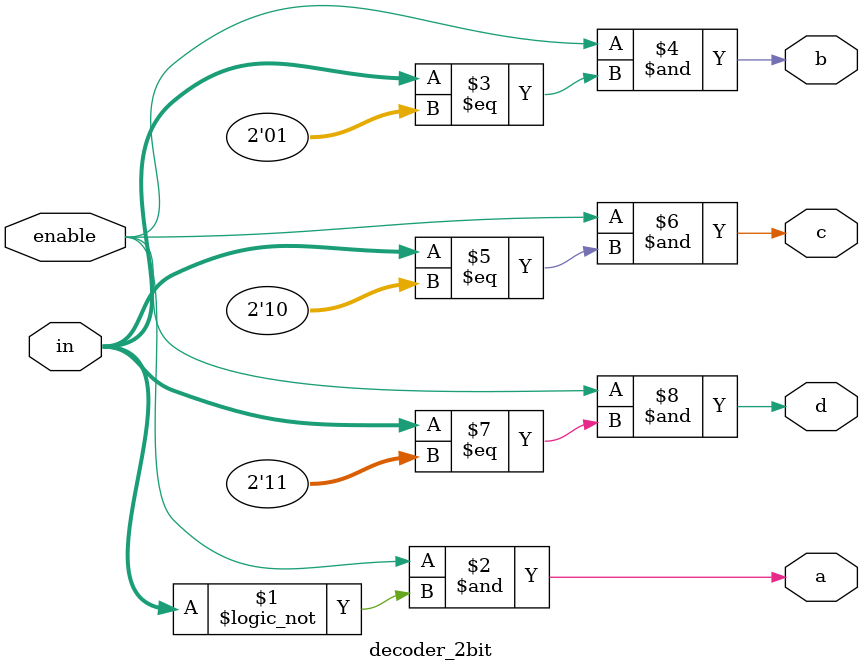
<source format=v>
module decoder_2bit(
	// Inputs
	in,
	enable,
	// Outputs
	a,
	b,
	c,
	d
);

input	[1:0]	in;
input		enable;

output	a;
output	b;
output	c;
output	d;

assign a = enable & (in == 2'b00);
assign b = enable & (in == 2'b01);
assign c = enable & (in == 2'b10);
assign d = enable & (in == 2'b11);

endmodule

</source>
